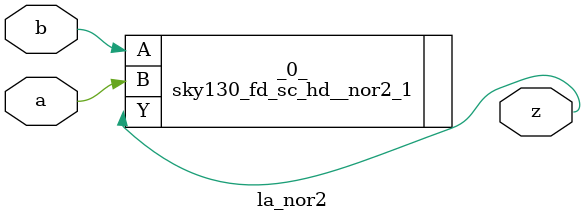
<source format=v>
/* Generated by Yosys 0.37 (git sha1 a5c7f69ed, clang 14.0.0-1ubuntu1.1 -fPIC -Os) */

module la_nor2(a, b, z);
  input a;
  wire a;
  input b;
  wire b;
  output z;
  wire z;
  sky130_fd_sc_hd__nor2_1 _0_ (
    .A(b),
    .B(a),
    .Y(z)
  );
endmodule

</source>
